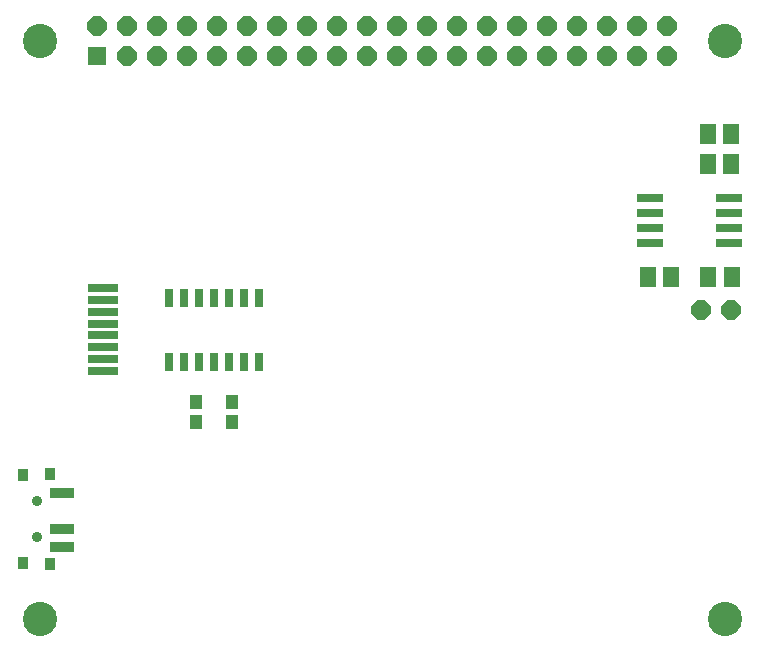
<source format=gts>
G75*
%MOIN*%
%OFA0B0*%
%FSLAX24Y24*%
%IPPOS*%
%LPD*%
%AMOC8*
5,1,8,0,0,1.08239X$1,22.5*
%
%ADD10C,0.1142*%
%ADD11R,0.0640X0.0640*%
%ADD12OC8,0.0640*%
%ADD13R,0.0906X0.0276*%
%ADD14R,0.0552X0.0670*%
%ADD15R,0.0280X0.0640*%
%ADD16R,0.0434X0.0473*%
%ADD17R,0.0827X0.0355*%
%ADD18R,0.0355X0.0394*%
%ADD19R,0.0355X0.0434*%
%ADD20C,0.0355*%
%ADD21R,0.1024X0.0276*%
D10*
X001528Y001528D03*
X001528Y020819D03*
X024363Y020819D03*
X024363Y001528D03*
D11*
X003445Y020319D03*
D12*
X004445Y020319D03*
X005445Y020319D03*
X006445Y020319D03*
X007445Y020319D03*
X008445Y020319D03*
X009445Y020319D03*
X010445Y020319D03*
X011445Y020319D03*
X012445Y020319D03*
X013445Y020319D03*
X014445Y020319D03*
X015445Y020319D03*
X016445Y020319D03*
X017445Y020319D03*
X018445Y020319D03*
X019445Y020319D03*
X020445Y020319D03*
X021445Y020319D03*
X022445Y020319D03*
X022445Y021319D03*
X021445Y021319D03*
X020445Y021319D03*
X019445Y021319D03*
X018445Y021319D03*
X017445Y021319D03*
X016445Y021319D03*
X015445Y021319D03*
X014445Y021319D03*
X013445Y021319D03*
X012445Y021319D03*
X011445Y021319D03*
X010445Y021319D03*
X009445Y021319D03*
X008445Y021319D03*
X007445Y021319D03*
X006445Y021319D03*
X005445Y021319D03*
X004445Y021319D03*
X003445Y021319D03*
X023569Y011855D03*
X024569Y011855D03*
D13*
X024506Y014069D03*
X024506Y014569D03*
X024506Y015069D03*
X024506Y015569D03*
X021884Y015569D03*
X021884Y015069D03*
X021884Y014569D03*
X021884Y014069D03*
D14*
X021821Y012944D03*
X022569Y012944D03*
X023802Y012944D03*
X024589Y012944D03*
X024569Y016694D03*
X023821Y016694D03*
X023821Y017694D03*
X024569Y017694D03*
D15*
X008850Y012240D03*
X008350Y012240D03*
X007850Y012240D03*
X007350Y012240D03*
X006850Y012240D03*
X006350Y012240D03*
X005850Y012240D03*
X005850Y010090D03*
X006350Y010090D03*
X006850Y010090D03*
X007350Y010090D03*
X007850Y010090D03*
X008350Y010090D03*
X008850Y010090D03*
D16*
X007950Y008765D03*
X007950Y008095D03*
X006750Y008095D03*
X006750Y008765D03*
D17*
X002257Y005727D03*
X002257Y004546D03*
X002257Y003955D03*
D18*
X001873Y003374D03*
X001873Y006366D03*
D19*
X000987Y006346D03*
X000987Y003394D03*
D20*
X001430Y004279D03*
X001430Y005461D03*
D21*
X003630Y009812D03*
X003630Y010206D03*
X003630Y010599D03*
X003630Y010993D03*
X003630Y011387D03*
X003630Y011781D03*
X003630Y012174D03*
X003630Y012568D03*
M02*

</source>
